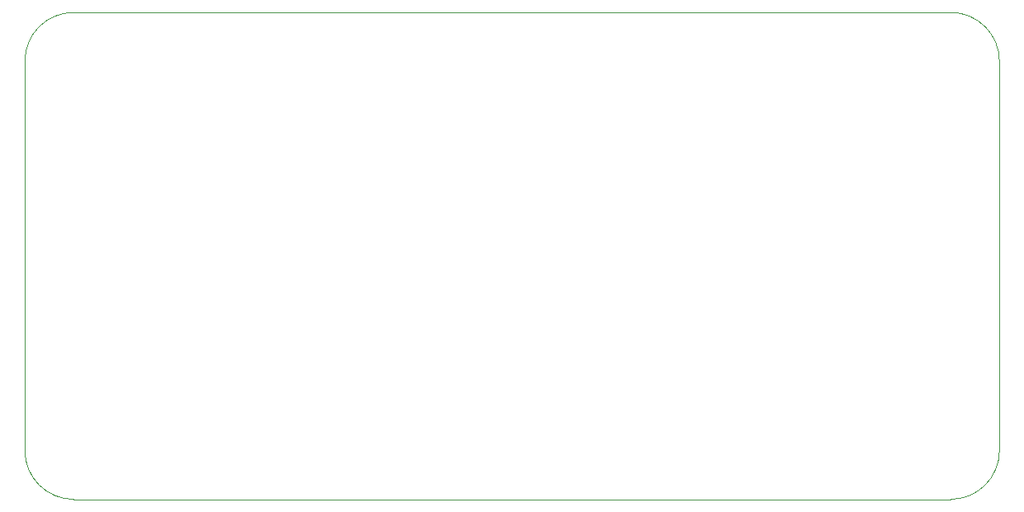
<source format=gbr>
%TF.GenerationSoftware,KiCad,Pcbnew,8.0.4*%
%TF.CreationDate,2025-01-23T17:28:27+01:00*%
%TF.ProjectId,OpenHand_v3,4f70656e-4861-46e6-945f-76332e6b6963,rev?*%
%TF.SameCoordinates,Original*%
%TF.FileFunction,Profile,NP*%
%FSLAX46Y46*%
G04 Gerber Fmt 4.6, Leading zero omitted, Abs format (unit mm)*
G04 Created by KiCad (PCBNEW 8.0.4) date 2025-01-23 17:28:27*
%MOMM*%
%LPD*%
G01*
G04 APERTURE LIST*
%TA.AperFunction,Profile*%
%ADD10C,0.100000*%
%TD*%
G04 APERTURE END LIST*
D10*
X100000000Y-105000000D02*
G75*
G02*
X105000000Y-100000000I5000000J0D01*
G01*
X195000000Y-100000000D02*
G75*
G02*
X200000000Y-105000000I0J-5000000D01*
G01*
X195000000Y-150000000D02*
X105000000Y-150000000D01*
X200000000Y-105000000D02*
X200000000Y-145000000D01*
X105000000Y-100000000D02*
X195000000Y-100000000D01*
X105000000Y-150000000D02*
G75*
G02*
X100000000Y-145000000I0J5000000D01*
G01*
X200000000Y-145000000D02*
G75*
G02*
X195000000Y-150000000I-5000000J0D01*
G01*
X100000000Y-145000000D02*
X100000000Y-105000000D01*
M02*

</source>
